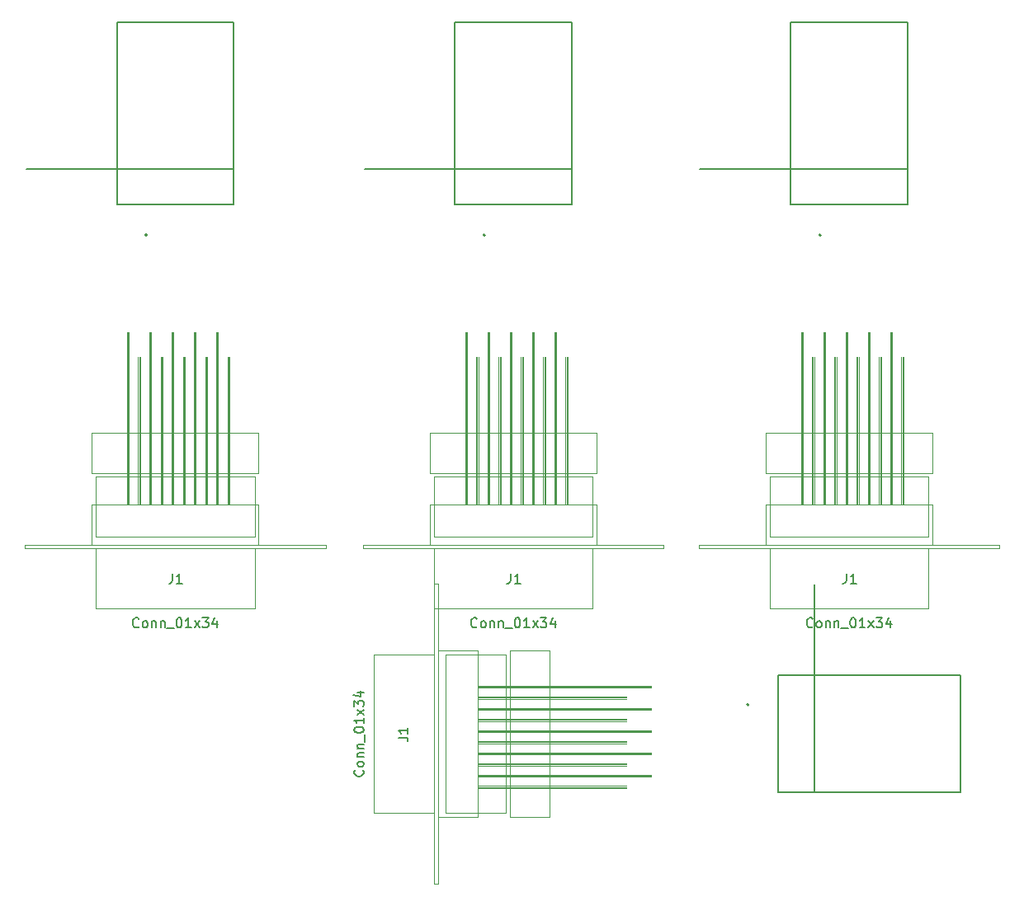
<source format=gbr>
G04 #@! TF.GenerationSoftware,KiCad,Pcbnew,5.1.9-73d0e3b20d~88~ubuntu20.04.1*
G04 #@! TF.CreationDate,2021-06-09T12:04:27-03:00*
G04 #@! TF.ProjectId,adaptador_db15_usb,61646170-7461-4646-9f72-5f646231355f,rev?*
G04 #@! TF.SameCoordinates,Original*
G04 #@! TF.FileFunction,Other,Fab,Top*
%FSLAX46Y46*%
G04 Gerber Fmt 4.6, Leading zero omitted, Abs format (unit mm)*
G04 Created by KiCad (PCBNEW 5.1.9-73d0e3b20d~88~ubuntu20.04.1) date 2021-06-09 12:04:27*
%MOMM*%
%LPD*%
G01*
G04 APERTURE LIST*
%ADD10C,0.127000*%
%ADD11C,0.200000*%
%ADD12C,0.100000*%
%ADD13C,0.150000*%
G04 APERTURE END LIST*
D10*
X166395000Y-63745000D02*
X154395000Y-63745000D01*
X154395000Y-63745000D02*
X154395000Y-60045000D01*
X154395000Y-60045000D02*
X154395000Y-44995000D01*
X154395000Y-44995000D02*
X166395000Y-44995000D01*
X166395000Y-44995000D02*
X166395000Y-60045000D01*
X166395000Y-60045000D02*
X166395000Y-63745000D01*
X154395000Y-60045000D02*
X166395000Y-60045000D01*
X154395000Y-60045000D02*
X145095000Y-60045000D01*
D11*
X157495000Y-66845000D02*
G75*
G03*
X157495000Y-66845000I-100000J0D01*
G01*
D12*
X164600000Y-84160000D02*
X164600000Y-94540000D01*
X164700000Y-84160000D02*
X164700000Y-94540000D01*
X164800000Y-84160000D02*
X164800000Y-94540000D01*
X162310000Y-84160000D02*
X162310000Y-94540000D01*
X162410000Y-84160000D02*
X162410000Y-94540000D01*
X162510000Y-84160000D02*
X162510000Y-94540000D01*
X160020000Y-84160000D02*
X160020000Y-94540000D01*
X160120000Y-84160000D02*
X160120000Y-94540000D01*
X160220000Y-84160000D02*
X160220000Y-94540000D01*
X157730000Y-84160000D02*
X157730000Y-94540000D01*
X157830000Y-84160000D02*
X157830000Y-94540000D01*
X157930000Y-84160000D02*
X157930000Y-94540000D01*
X155440000Y-84160000D02*
X155440000Y-94540000D01*
X155540000Y-84160000D02*
X155540000Y-94540000D01*
X155640000Y-84160000D02*
X155640000Y-94540000D01*
X165745000Y-86700000D02*
X165745000Y-94540000D01*
X165845000Y-86700000D02*
X165845000Y-94540000D01*
X165945000Y-86700000D02*
X165945000Y-94540000D01*
X163455000Y-86700000D02*
X163455000Y-94540000D01*
X163555000Y-86700000D02*
X163555000Y-94540000D01*
X163655000Y-86700000D02*
X163655000Y-94540000D01*
X161165000Y-86700000D02*
X161165000Y-94540000D01*
X161265000Y-86700000D02*
X161265000Y-94540000D01*
X161365000Y-86700000D02*
X161365000Y-94540000D01*
X158875000Y-86700000D02*
X158875000Y-94540000D01*
X158975000Y-86700000D02*
X158975000Y-94540000D01*
X159075000Y-86700000D02*
X159075000Y-94540000D01*
X156585000Y-86700000D02*
X156585000Y-94540000D01*
X156685000Y-86700000D02*
X156685000Y-94540000D01*
X156785000Y-86700000D02*
X156785000Y-94540000D01*
X164600000Y-89240000D02*
X164600000Y-94540000D01*
X164700000Y-89240000D02*
X164700000Y-94540000D01*
X164800000Y-89240000D02*
X164800000Y-94540000D01*
X162310000Y-89240000D02*
X162310000Y-94540000D01*
X162410000Y-89240000D02*
X162410000Y-94540000D01*
X162510000Y-89240000D02*
X162510000Y-94540000D01*
X160020000Y-89240000D02*
X160020000Y-94540000D01*
X160120000Y-89240000D02*
X160120000Y-94540000D01*
X160220000Y-89240000D02*
X160220000Y-94540000D01*
X157730000Y-89240000D02*
X157730000Y-94540000D01*
X157830000Y-89240000D02*
X157830000Y-94540000D01*
X157930000Y-89240000D02*
X157930000Y-94540000D01*
X155440000Y-89240000D02*
X155440000Y-94540000D01*
X155540000Y-89240000D02*
X155540000Y-94540000D01*
X155640000Y-89240000D02*
X155640000Y-94540000D01*
X151835000Y-94540000D02*
X151835000Y-98640000D01*
X151835000Y-98640000D02*
X168935000Y-98640000D01*
X168935000Y-98640000D02*
X168935000Y-94540000D01*
X168935000Y-94540000D02*
X151835000Y-94540000D01*
X144960000Y-98640000D02*
X144960000Y-99040000D01*
X144960000Y-99040000D02*
X175810000Y-99040000D01*
X175810000Y-99040000D02*
X175810000Y-98640000D01*
X175810000Y-98640000D02*
X144960000Y-98640000D01*
X152235000Y-99040000D02*
X152235000Y-105210000D01*
X152235000Y-105210000D02*
X168535000Y-105210000D01*
X168535000Y-105210000D02*
X168535000Y-99040000D01*
X168535000Y-99040000D02*
X152235000Y-99040000D01*
X164800000Y-81880000D02*
X164800000Y-87180000D01*
X163555000Y-79340000D02*
X163555000Y-87180000D01*
X162510000Y-76800000D02*
X162510000Y-87180000D01*
X162310000Y-81880000D02*
X162310000Y-87180000D01*
X160020000Y-76800000D02*
X160020000Y-87180000D01*
X151835000Y-91280000D02*
X168935000Y-91280000D01*
X152235000Y-91680000D02*
X152235000Y-97850000D01*
X161165000Y-79340000D02*
X161165000Y-87180000D01*
X160220000Y-76800000D02*
X160220000Y-87180000D01*
X161365000Y-79340000D02*
X161365000Y-87180000D01*
X157930000Y-81880000D02*
X157930000Y-87180000D01*
X165745000Y-79340000D02*
X165745000Y-87180000D01*
X162410000Y-81880000D02*
X162410000Y-87180000D01*
X155540000Y-81880000D02*
X155540000Y-87180000D01*
X156685000Y-79340000D02*
X156685000Y-87180000D01*
X155440000Y-76800000D02*
X155440000Y-87180000D01*
X164600000Y-76800000D02*
X164600000Y-87180000D01*
X157730000Y-76800000D02*
X157730000Y-87180000D01*
X164600000Y-81880000D02*
X164600000Y-87180000D01*
X168935000Y-87180000D02*
X151835000Y-87180000D01*
X165945000Y-79340000D02*
X165945000Y-87180000D01*
X155640000Y-76800000D02*
X155640000Y-87180000D01*
X155440000Y-81880000D02*
X155440000Y-87180000D01*
X155540000Y-76800000D02*
X155540000Y-87180000D01*
X159075000Y-79340000D02*
X159075000Y-87180000D01*
X163455000Y-79340000D02*
X163455000Y-87180000D01*
X160120000Y-81880000D02*
X160120000Y-87180000D01*
X158875000Y-79340000D02*
X158875000Y-87180000D01*
X168535000Y-97850000D02*
X168535000Y-91680000D01*
X158975000Y-79340000D02*
X158975000Y-87180000D01*
X156585000Y-79340000D02*
X156585000Y-87180000D01*
X164700000Y-81880000D02*
X164700000Y-87180000D01*
X151835000Y-87180000D02*
X151835000Y-91280000D01*
X165845000Y-79340000D02*
X165845000Y-87180000D01*
X162510000Y-81880000D02*
X162510000Y-87180000D01*
X156785000Y-79340000D02*
X156785000Y-87180000D01*
X162310000Y-76800000D02*
X162310000Y-87180000D01*
X160220000Y-81880000D02*
X160220000Y-87180000D01*
X168935000Y-91280000D02*
X168935000Y-87180000D01*
X155640000Y-81880000D02*
X155640000Y-87180000D01*
X160120000Y-76800000D02*
X160120000Y-87180000D01*
X163655000Y-79340000D02*
X163655000Y-87180000D01*
X157830000Y-81880000D02*
X157830000Y-87180000D01*
X164800000Y-76800000D02*
X164800000Y-87180000D01*
X152235000Y-97850000D02*
X168535000Y-97850000D01*
X160020000Y-81880000D02*
X160020000Y-87180000D01*
X164700000Y-76800000D02*
X164700000Y-87180000D01*
X157730000Y-81880000D02*
X157730000Y-87180000D01*
X162410000Y-76800000D02*
X162410000Y-87180000D01*
X157930000Y-76800000D02*
X157930000Y-87180000D01*
X161265000Y-79340000D02*
X161265000Y-87180000D01*
X168535000Y-91680000D02*
X152235000Y-91680000D01*
X157830000Y-76800000D02*
X157830000Y-87180000D01*
D11*
X184545000Y-115075000D02*
G75*
G03*
X184545000Y-115075000I-100000J0D01*
G01*
D10*
X191245000Y-112075000D02*
X191245000Y-102775000D01*
X191245000Y-112075000D02*
X191245000Y-124075000D01*
X191245000Y-124075000D02*
X187545000Y-124075000D01*
X206295000Y-124075000D02*
X191245000Y-124075000D01*
X206295000Y-112075000D02*
X206295000Y-124075000D01*
X191245000Y-112075000D02*
X206295000Y-112075000D01*
X187545000Y-112075000D02*
X191245000Y-112075000D01*
X187545000Y-124075000D02*
X187545000Y-112075000D01*
D12*
X174490000Y-115510000D02*
X164110000Y-115510000D01*
X159610000Y-126215000D02*
X159610000Y-109915000D01*
X171950000Y-118945000D02*
X164110000Y-118945000D01*
X174490000Y-115610000D02*
X164110000Y-115610000D01*
X174490000Y-120090000D02*
X164110000Y-120090000D01*
X169410000Y-115410000D02*
X164110000Y-115410000D01*
X174490000Y-122380000D02*
X164110000Y-122380000D01*
X169410000Y-117700000D02*
X164110000Y-117700000D01*
X153440000Y-109915000D02*
X153440000Y-126215000D01*
X174490000Y-122480000D02*
X164110000Y-122480000D01*
X169410000Y-115510000D02*
X164110000Y-115510000D01*
X171950000Y-121335000D02*
X164110000Y-121335000D01*
X174490000Y-117800000D02*
X164110000Y-117800000D01*
X169410000Y-113320000D02*
X164110000Y-113320000D01*
X160010000Y-126615000D02*
X164110000Y-126615000D01*
X169410000Y-117900000D02*
X164110000Y-117900000D01*
X174490000Y-119990000D02*
X164110000Y-119990000D01*
X171950000Y-114465000D02*
X164110000Y-114465000D01*
X169410000Y-120190000D02*
X164110000Y-120190000D01*
X171950000Y-123525000D02*
X164110000Y-123525000D01*
X164110000Y-109515000D02*
X160010000Y-109515000D01*
X169410000Y-122380000D02*
X164110000Y-122380000D01*
X171950000Y-114265000D02*
X164110000Y-114265000D01*
X171950000Y-116655000D02*
X164110000Y-116655000D01*
X153440000Y-126215000D02*
X159610000Y-126215000D01*
X171950000Y-116555000D02*
X164110000Y-116555000D01*
X169410000Y-117800000D02*
X164110000Y-117800000D01*
X171950000Y-121135000D02*
X164110000Y-121135000D01*
X171950000Y-116755000D02*
X164110000Y-116755000D01*
X174490000Y-113220000D02*
X164110000Y-113220000D01*
X169410000Y-113120000D02*
X164110000Y-113120000D01*
X174490000Y-113320000D02*
X164110000Y-113320000D01*
X171950000Y-123625000D02*
X164110000Y-123625000D01*
X164110000Y-126615000D02*
X164110000Y-109515000D01*
X169410000Y-122280000D02*
X164110000Y-122280000D01*
X174490000Y-115410000D02*
X164110000Y-115410000D01*
X174490000Y-122280000D02*
X164110000Y-122280000D01*
X174490000Y-113120000D02*
X164110000Y-113120000D01*
X171950000Y-114365000D02*
X164110000Y-114365000D01*
X169410000Y-113220000D02*
X164110000Y-113220000D01*
X169410000Y-120090000D02*
X164110000Y-120090000D01*
X171950000Y-123425000D02*
X164110000Y-123425000D01*
X169410000Y-115610000D02*
X164110000Y-115610000D01*
X171950000Y-119045000D02*
X164110000Y-119045000D01*
X174490000Y-117900000D02*
X164110000Y-117900000D01*
X171950000Y-118845000D02*
X164110000Y-118845000D01*
X159610000Y-109915000D02*
X153440000Y-109915000D01*
X160010000Y-109515000D02*
X160010000Y-126615000D01*
X174490000Y-117700000D02*
X164110000Y-117700000D01*
X169410000Y-119990000D02*
X164110000Y-119990000D01*
X174490000Y-120190000D02*
X164110000Y-120190000D01*
X171950000Y-121235000D02*
X164110000Y-121235000D01*
X169410000Y-122480000D02*
X164110000Y-122480000D01*
X152250000Y-126215000D02*
X152250000Y-109915000D01*
X146080000Y-126215000D02*
X152250000Y-126215000D01*
X146080000Y-109915000D02*
X146080000Y-126215000D01*
X152250000Y-109915000D02*
X146080000Y-109915000D01*
X152650000Y-133490000D02*
X152650000Y-102640000D01*
X152250000Y-133490000D02*
X152650000Y-133490000D01*
X152250000Y-102640000D02*
X152250000Y-133490000D01*
X152650000Y-102640000D02*
X152250000Y-102640000D01*
X156750000Y-126615000D02*
X156750000Y-109515000D01*
X152650000Y-126615000D02*
X156750000Y-126615000D01*
X152650000Y-109515000D02*
X152650000Y-126615000D01*
X156750000Y-109515000D02*
X152650000Y-109515000D01*
X162050000Y-113320000D02*
X156750000Y-113320000D01*
X162050000Y-113220000D02*
X156750000Y-113220000D01*
X162050000Y-113120000D02*
X156750000Y-113120000D01*
X162050000Y-115610000D02*
X156750000Y-115610000D01*
X162050000Y-115510000D02*
X156750000Y-115510000D01*
X162050000Y-115410000D02*
X156750000Y-115410000D01*
X162050000Y-117900000D02*
X156750000Y-117900000D01*
X162050000Y-117800000D02*
X156750000Y-117800000D01*
X162050000Y-117700000D02*
X156750000Y-117700000D01*
X162050000Y-120190000D02*
X156750000Y-120190000D01*
X162050000Y-120090000D02*
X156750000Y-120090000D01*
X162050000Y-119990000D02*
X156750000Y-119990000D01*
X162050000Y-122480000D02*
X156750000Y-122480000D01*
X162050000Y-122380000D02*
X156750000Y-122380000D01*
X162050000Y-122280000D02*
X156750000Y-122280000D01*
X164590000Y-114465000D02*
X156750000Y-114465000D01*
X164590000Y-114365000D02*
X156750000Y-114365000D01*
X164590000Y-114265000D02*
X156750000Y-114265000D01*
X164590000Y-116755000D02*
X156750000Y-116755000D01*
X164590000Y-116655000D02*
X156750000Y-116655000D01*
X164590000Y-116555000D02*
X156750000Y-116555000D01*
X164590000Y-119045000D02*
X156750000Y-119045000D01*
X164590000Y-118945000D02*
X156750000Y-118945000D01*
X164590000Y-118845000D02*
X156750000Y-118845000D01*
X164590000Y-121335000D02*
X156750000Y-121335000D01*
X164590000Y-121235000D02*
X156750000Y-121235000D01*
X164590000Y-121135000D02*
X156750000Y-121135000D01*
X164590000Y-123625000D02*
X156750000Y-123625000D01*
X164590000Y-123525000D02*
X156750000Y-123525000D01*
X164590000Y-123425000D02*
X156750000Y-123425000D01*
X167130000Y-113320000D02*
X156750000Y-113320000D01*
X167130000Y-113220000D02*
X156750000Y-113220000D01*
X167130000Y-113120000D02*
X156750000Y-113120000D01*
X167130000Y-115610000D02*
X156750000Y-115610000D01*
X167130000Y-115510000D02*
X156750000Y-115510000D01*
X167130000Y-115410000D02*
X156750000Y-115410000D01*
X167130000Y-117900000D02*
X156750000Y-117900000D01*
X167130000Y-117800000D02*
X156750000Y-117800000D01*
X167130000Y-117700000D02*
X156750000Y-117700000D01*
X167130000Y-120190000D02*
X156750000Y-120190000D01*
X167130000Y-120090000D02*
X156750000Y-120090000D01*
X167130000Y-119990000D02*
X156750000Y-119990000D01*
X167130000Y-122480000D02*
X156750000Y-122480000D01*
X167130000Y-122380000D02*
X156750000Y-122380000D01*
X167130000Y-122280000D02*
X156750000Y-122280000D01*
D10*
X200845000Y-63745000D02*
X188845000Y-63745000D01*
X188845000Y-63745000D02*
X188845000Y-60045000D01*
X188845000Y-60045000D02*
X188845000Y-44995000D01*
X188845000Y-44995000D02*
X200845000Y-44995000D01*
X200845000Y-44995000D02*
X200845000Y-60045000D01*
X200845000Y-60045000D02*
X200845000Y-63745000D01*
X188845000Y-60045000D02*
X200845000Y-60045000D01*
X188845000Y-60045000D02*
X179545000Y-60045000D01*
D11*
X191945000Y-66845000D02*
G75*
G03*
X191945000Y-66845000I-100000J0D01*
G01*
D12*
X199050000Y-84160000D02*
X199050000Y-94540000D01*
X199150000Y-84160000D02*
X199150000Y-94540000D01*
X199250000Y-84160000D02*
X199250000Y-94540000D01*
X196760000Y-84160000D02*
X196760000Y-94540000D01*
X196860000Y-84160000D02*
X196860000Y-94540000D01*
X196960000Y-84160000D02*
X196960000Y-94540000D01*
X194470000Y-84160000D02*
X194470000Y-94540000D01*
X194570000Y-84160000D02*
X194570000Y-94540000D01*
X194670000Y-84160000D02*
X194670000Y-94540000D01*
X192180000Y-84160000D02*
X192180000Y-94540000D01*
X192280000Y-84160000D02*
X192280000Y-94540000D01*
X192380000Y-84160000D02*
X192380000Y-94540000D01*
X189890000Y-84160000D02*
X189890000Y-94540000D01*
X189990000Y-84160000D02*
X189990000Y-94540000D01*
X190090000Y-84160000D02*
X190090000Y-94540000D01*
X200195000Y-86700000D02*
X200195000Y-94540000D01*
X200295000Y-86700000D02*
X200295000Y-94540000D01*
X200395000Y-86700000D02*
X200395000Y-94540000D01*
X197905000Y-86700000D02*
X197905000Y-94540000D01*
X198005000Y-86700000D02*
X198005000Y-94540000D01*
X198105000Y-86700000D02*
X198105000Y-94540000D01*
X195615000Y-86700000D02*
X195615000Y-94540000D01*
X195715000Y-86700000D02*
X195715000Y-94540000D01*
X195815000Y-86700000D02*
X195815000Y-94540000D01*
X193325000Y-86700000D02*
X193325000Y-94540000D01*
X193425000Y-86700000D02*
X193425000Y-94540000D01*
X193525000Y-86700000D02*
X193525000Y-94540000D01*
X191035000Y-86700000D02*
X191035000Y-94540000D01*
X191135000Y-86700000D02*
X191135000Y-94540000D01*
X191235000Y-86700000D02*
X191235000Y-94540000D01*
X199050000Y-89240000D02*
X199050000Y-94540000D01*
X199150000Y-89240000D02*
X199150000Y-94540000D01*
X199250000Y-89240000D02*
X199250000Y-94540000D01*
X196760000Y-89240000D02*
X196760000Y-94540000D01*
X196860000Y-89240000D02*
X196860000Y-94540000D01*
X196960000Y-89240000D02*
X196960000Y-94540000D01*
X194470000Y-89240000D02*
X194470000Y-94540000D01*
X194570000Y-89240000D02*
X194570000Y-94540000D01*
X194670000Y-89240000D02*
X194670000Y-94540000D01*
X192180000Y-89240000D02*
X192180000Y-94540000D01*
X192280000Y-89240000D02*
X192280000Y-94540000D01*
X192380000Y-89240000D02*
X192380000Y-94540000D01*
X189890000Y-89240000D02*
X189890000Y-94540000D01*
X189990000Y-89240000D02*
X189990000Y-94540000D01*
X190090000Y-89240000D02*
X190090000Y-94540000D01*
X186285000Y-94540000D02*
X186285000Y-98640000D01*
X186285000Y-98640000D02*
X203385000Y-98640000D01*
X203385000Y-98640000D02*
X203385000Y-94540000D01*
X203385000Y-94540000D02*
X186285000Y-94540000D01*
X179410000Y-98640000D02*
X179410000Y-99040000D01*
X179410000Y-99040000D02*
X210260000Y-99040000D01*
X210260000Y-99040000D02*
X210260000Y-98640000D01*
X210260000Y-98640000D02*
X179410000Y-98640000D01*
X186685000Y-99040000D02*
X186685000Y-105210000D01*
X186685000Y-105210000D02*
X202985000Y-105210000D01*
X202985000Y-105210000D02*
X202985000Y-99040000D01*
X202985000Y-99040000D02*
X186685000Y-99040000D01*
X199250000Y-81880000D02*
X199250000Y-87180000D01*
X198005000Y-79340000D02*
X198005000Y-87180000D01*
X196960000Y-76800000D02*
X196960000Y-87180000D01*
X196760000Y-81880000D02*
X196760000Y-87180000D01*
X194470000Y-76800000D02*
X194470000Y-87180000D01*
X186285000Y-91280000D02*
X203385000Y-91280000D01*
X186685000Y-91680000D02*
X186685000Y-97850000D01*
X195615000Y-79340000D02*
X195615000Y-87180000D01*
X194670000Y-76800000D02*
X194670000Y-87180000D01*
X195815000Y-79340000D02*
X195815000Y-87180000D01*
X192380000Y-81880000D02*
X192380000Y-87180000D01*
X200195000Y-79340000D02*
X200195000Y-87180000D01*
X196860000Y-81880000D02*
X196860000Y-87180000D01*
X189990000Y-81880000D02*
X189990000Y-87180000D01*
X191135000Y-79340000D02*
X191135000Y-87180000D01*
X189890000Y-76800000D02*
X189890000Y-87180000D01*
X199050000Y-76800000D02*
X199050000Y-87180000D01*
X192180000Y-76800000D02*
X192180000Y-87180000D01*
X199050000Y-81880000D02*
X199050000Y-87180000D01*
X203385000Y-87180000D02*
X186285000Y-87180000D01*
X200395000Y-79340000D02*
X200395000Y-87180000D01*
X190090000Y-76800000D02*
X190090000Y-87180000D01*
X189890000Y-81880000D02*
X189890000Y-87180000D01*
X189990000Y-76800000D02*
X189990000Y-87180000D01*
X193525000Y-79340000D02*
X193525000Y-87180000D01*
X197905000Y-79340000D02*
X197905000Y-87180000D01*
X194570000Y-81880000D02*
X194570000Y-87180000D01*
X193325000Y-79340000D02*
X193325000Y-87180000D01*
X202985000Y-97850000D02*
X202985000Y-91680000D01*
X193425000Y-79340000D02*
X193425000Y-87180000D01*
X191035000Y-79340000D02*
X191035000Y-87180000D01*
X199150000Y-81880000D02*
X199150000Y-87180000D01*
X186285000Y-87180000D02*
X186285000Y-91280000D01*
X200295000Y-79340000D02*
X200295000Y-87180000D01*
X196960000Y-81880000D02*
X196960000Y-87180000D01*
X191235000Y-79340000D02*
X191235000Y-87180000D01*
X196760000Y-76800000D02*
X196760000Y-87180000D01*
X194670000Y-81880000D02*
X194670000Y-87180000D01*
X203385000Y-91280000D02*
X203385000Y-87180000D01*
X190090000Y-81880000D02*
X190090000Y-87180000D01*
X194570000Y-76800000D02*
X194570000Y-87180000D01*
X198105000Y-79340000D02*
X198105000Y-87180000D01*
X192280000Y-81880000D02*
X192280000Y-87180000D01*
X199250000Y-76800000D02*
X199250000Y-87180000D01*
X186685000Y-97850000D02*
X202985000Y-97850000D01*
X194470000Y-81880000D02*
X194470000Y-87180000D01*
X199150000Y-76800000D02*
X199150000Y-87180000D01*
X192180000Y-81880000D02*
X192180000Y-87180000D01*
X196860000Y-76800000D02*
X196860000Y-87180000D01*
X192380000Y-76800000D02*
X192380000Y-87180000D01*
X195715000Y-79340000D02*
X195715000Y-87180000D01*
X202985000Y-91680000D02*
X186685000Y-91680000D01*
X192280000Y-76800000D02*
X192280000Y-87180000D01*
D11*
X122795000Y-66845000D02*
G75*
G03*
X122795000Y-66845000I-100000J0D01*
G01*
D10*
X119695000Y-60045000D02*
X110395000Y-60045000D01*
X119695000Y-60045000D02*
X131695000Y-60045000D01*
X131695000Y-60045000D02*
X131695000Y-63745000D01*
X131695000Y-44995000D02*
X131695000Y-60045000D01*
X119695000Y-44995000D02*
X131695000Y-44995000D01*
X119695000Y-60045000D02*
X119695000Y-44995000D01*
X119695000Y-63745000D02*
X119695000Y-60045000D01*
X131695000Y-63745000D02*
X119695000Y-63745000D01*
D12*
X123130000Y-76800000D02*
X123130000Y-87180000D01*
X133835000Y-91680000D02*
X117535000Y-91680000D01*
X126565000Y-79340000D02*
X126565000Y-87180000D01*
X123230000Y-76800000D02*
X123230000Y-87180000D01*
X127710000Y-76800000D02*
X127710000Y-87180000D01*
X123030000Y-81880000D02*
X123030000Y-87180000D01*
X130000000Y-76800000D02*
X130000000Y-87180000D01*
X125320000Y-81880000D02*
X125320000Y-87180000D01*
X117535000Y-97850000D02*
X133835000Y-97850000D01*
X130100000Y-76800000D02*
X130100000Y-87180000D01*
X123130000Y-81880000D02*
X123130000Y-87180000D01*
X128955000Y-79340000D02*
X128955000Y-87180000D01*
X125420000Y-76800000D02*
X125420000Y-87180000D01*
X120940000Y-81880000D02*
X120940000Y-87180000D01*
X134235000Y-91280000D02*
X134235000Y-87180000D01*
X125520000Y-81880000D02*
X125520000Y-87180000D01*
X127610000Y-76800000D02*
X127610000Y-87180000D01*
X122085000Y-79340000D02*
X122085000Y-87180000D01*
X127810000Y-81880000D02*
X127810000Y-87180000D01*
X131145000Y-79340000D02*
X131145000Y-87180000D01*
X117135000Y-87180000D02*
X117135000Y-91280000D01*
X130000000Y-81880000D02*
X130000000Y-87180000D01*
X121885000Y-79340000D02*
X121885000Y-87180000D01*
X124275000Y-79340000D02*
X124275000Y-87180000D01*
X133835000Y-97850000D02*
X133835000Y-91680000D01*
X124175000Y-79340000D02*
X124175000Y-87180000D01*
X125420000Y-81880000D02*
X125420000Y-87180000D01*
X128755000Y-79340000D02*
X128755000Y-87180000D01*
X124375000Y-79340000D02*
X124375000Y-87180000D01*
X120840000Y-76800000D02*
X120840000Y-87180000D01*
X120740000Y-81880000D02*
X120740000Y-87180000D01*
X120940000Y-76800000D02*
X120940000Y-87180000D01*
X131245000Y-79340000D02*
X131245000Y-87180000D01*
X134235000Y-87180000D02*
X117135000Y-87180000D01*
X129900000Y-81880000D02*
X129900000Y-87180000D01*
X123030000Y-76800000D02*
X123030000Y-87180000D01*
X129900000Y-76800000D02*
X129900000Y-87180000D01*
X120740000Y-76800000D02*
X120740000Y-87180000D01*
X121985000Y-79340000D02*
X121985000Y-87180000D01*
X120840000Y-81880000D02*
X120840000Y-87180000D01*
X127710000Y-81880000D02*
X127710000Y-87180000D01*
X131045000Y-79340000D02*
X131045000Y-87180000D01*
X123230000Y-81880000D02*
X123230000Y-87180000D01*
X126665000Y-79340000D02*
X126665000Y-87180000D01*
X125520000Y-76800000D02*
X125520000Y-87180000D01*
X126465000Y-79340000D02*
X126465000Y-87180000D01*
X117535000Y-91680000D02*
X117535000Y-97850000D01*
X117135000Y-91280000D02*
X134235000Y-91280000D01*
X125320000Y-76800000D02*
X125320000Y-87180000D01*
X127610000Y-81880000D02*
X127610000Y-87180000D01*
X127810000Y-76800000D02*
X127810000Y-87180000D01*
X128855000Y-79340000D02*
X128855000Y-87180000D01*
X130100000Y-81880000D02*
X130100000Y-87180000D01*
X133835000Y-99040000D02*
X117535000Y-99040000D01*
X133835000Y-105210000D02*
X133835000Y-99040000D01*
X117535000Y-105210000D02*
X133835000Y-105210000D01*
X117535000Y-99040000D02*
X117535000Y-105210000D01*
X141110000Y-98640000D02*
X110260000Y-98640000D01*
X141110000Y-99040000D02*
X141110000Y-98640000D01*
X110260000Y-99040000D02*
X141110000Y-99040000D01*
X110260000Y-98640000D02*
X110260000Y-99040000D01*
X134235000Y-94540000D02*
X117135000Y-94540000D01*
X134235000Y-98640000D02*
X134235000Y-94540000D01*
X117135000Y-98640000D02*
X134235000Y-98640000D01*
X117135000Y-94540000D02*
X117135000Y-98640000D01*
X120940000Y-89240000D02*
X120940000Y-94540000D01*
X120840000Y-89240000D02*
X120840000Y-94540000D01*
X120740000Y-89240000D02*
X120740000Y-94540000D01*
X123230000Y-89240000D02*
X123230000Y-94540000D01*
X123130000Y-89240000D02*
X123130000Y-94540000D01*
X123030000Y-89240000D02*
X123030000Y-94540000D01*
X125520000Y-89240000D02*
X125520000Y-94540000D01*
X125420000Y-89240000D02*
X125420000Y-94540000D01*
X125320000Y-89240000D02*
X125320000Y-94540000D01*
X127810000Y-89240000D02*
X127810000Y-94540000D01*
X127710000Y-89240000D02*
X127710000Y-94540000D01*
X127610000Y-89240000D02*
X127610000Y-94540000D01*
X130100000Y-89240000D02*
X130100000Y-94540000D01*
X130000000Y-89240000D02*
X130000000Y-94540000D01*
X129900000Y-89240000D02*
X129900000Y-94540000D01*
X122085000Y-86700000D02*
X122085000Y-94540000D01*
X121985000Y-86700000D02*
X121985000Y-94540000D01*
X121885000Y-86700000D02*
X121885000Y-94540000D01*
X124375000Y-86700000D02*
X124375000Y-94540000D01*
X124275000Y-86700000D02*
X124275000Y-94540000D01*
X124175000Y-86700000D02*
X124175000Y-94540000D01*
X126665000Y-86700000D02*
X126665000Y-94540000D01*
X126565000Y-86700000D02*
X126565000Y-94540000D01*
X126465000Y-86700000D02*
X126465000Y-94540000D01*
X128955000Y-86700000D02*
X128955000Y-94540000D01*
X128855000Y-86700000D02*
X128855000Y-94540000D01*
X128755000Y-86700000D02*
X128755000Y-94540000D01*
X131245000Y-86700000D02*
X131245000Y-94540000D01*
X131145000Y-86700000D02*
X131145000Y-94540000D01*
X131045000Y-86700000D02*
X131045000Y-94540000D01*
X120940000Y-84160000D02*
X120940000Y-94540000D01*
X120840000Y-84160000D02*
X120840000Y-94540000D01*
X120740000Y-84160000D02*
X120740000Y-94540000D01*
X123230000Y-84160000D02*
X123230000Y-94540000D01*
X123130000Y-84160000D02*
X123130000Y-94540000D01*
X123030000Y-84160000D02*
X123030000Y-94540000D01*
X125520000Y-84160000D02*
X125520000Y-94540000D01*
X125420000Y-84160000D02*
X125420000Y-94540000D01*
X125320000Y-84160000D02*
X125320000Y-94540000D01*
X127810000Y-84160000D02*
X127810000Y-94540000D01*
X127710000Y-84160000D02*
X127710000Y-94540000D01*
X127610000Y-84160000D02*
X127610000Y-94540000D01*
X130100000Y-84160000D02*
X130100000Y-94540000D01*
X130000000Y-84160000D02*
X130000000Y-94540000D01*
X129900000Y-84160000D02*
X129900000Y-94540000D01*
D13*
X156646904Y-107067142D02*
X156599285Y-107114761D01*
X156456428Y-107162380D01*
X156361190Y-107162380D01*
X156218333Y-107114761D01*
X156123095Y-107019523D01*
X156075476Y-106924285D01*
X156027857Y-106733809D01*
X156027857Y-106590952D01*
X156075476Y-106400476D01*
X156123095Y-106305238D01*
X156218333Y-106210000D01*
X156361190Y-106162380D01*
X156456428Y-106162380D01*
X156599285Y-106210000D01*
X156646904Y-106257619D01*
X157218333Y-107162380D02*
X157123095Y-107114761D01*
X157075476Y-107067142D01*
X157027857Y-106971904D01*
X157027857Y-106686190D01*
X157075476Y-106590952D01*
X157123095Y-106543333D01*
X157218333Y-106495714D01*
X157361190Y-106495714D01*
X157456428Y-106543333D01*
X157504047Y-106590952D01*
X157551666Y-106686190D01*
X157551666Y-106971904D01*
X157504047Y-107067142D01*
X157456428Y-107114761D01*
X157361190Y-107162380D01*
X157218333Y-107162380D01*
X157980238Y-106495714D02*
X157980238Y-107162380D01*
X157980238Y-106590952D02*
X158027857Y-106543333D01*
X158123095Y-106495714D01*
X158265952Y-106495714D01*
X158361190Y-106543333D01*
X158408809Y-106638571D01*
X158408809Y-107162380D01*
X158885000Y-106495714D02*
X158885000Y-107162380D01*
X158885000Y-106590952D02*
X158932619Y-106543333D01*
X159027857Y-106495714D01*
X159170714Y-106495714D01*
X159265952Y-106543333D01*
X159313571Y-106638571D01*
X159313571Y-107162380D01*
X159551666Y-107257619D02*
X160313571Y-107257619D01*
X160742142Y-106162380D02*
X160837380Y-106162380D01*
X160932619Y-106210000D01*
X160980238Y-106257619D01*
X161027857Y-106352857D01*
X161075476Y-106543333D01*
X161075476Y-106781428D01*
X161027857Y-106971904D01*
X160980238Y-107067142D01*
X160932619Y-107114761D01*
X160837380Y-107162380D01*
X160742142Y-107162380D01*
X160646904Y-107114761D01*
X160599285Y-107067142D01*
X160551666Y-106971904D01*
X160504047Y-106781428D01*
X160504047Y-106543333D01*
X160551666Y-106352857D01*
X160599285Y-106257619D01*
X160646904Y-106210000D01*
X160742142Y-106162380D01*
X162027857Y-107162380D02*
X161456428Y-107162380D01*
X161742142Y-107162380D02*
X161742142Y-106162380D01*
X161646904Y-106305238D01*
X161551666Y-106400476D01*
X161456428Y-106448095D01*
X162361190Y-107162380D02*
X162885000Y-106495714D01*
X162361190Y-106495714D02*
X162885000Y-107162380D01*
X163170714Y-106162380D02*
X163789761Y-106162380D01*
X163456428Y-106543333D01*
X163599285Y-106543333D01*
X163694523Y-106590952D01*
X163742142Y-106638571D01*
X163789761Y-106733809D01*
X163789761Y-106971904D01*
X163742142Y-107067142D01*
X163694523Y-107114761D01*
X163599285Y-107162380D01*
X163313571Y-107162380D01*
X163218333Y-107114761D01*
X163170714Y-107067142D01*
X164646904Y-106495714D02*
X164646904Y-107162380D01*
X164408809Y-106114761D02*
X164170714Y-106829047D01*
X164789761Y-106829047D01*
X160106666Y-101622380D02*
X160106666Y-102336666D01*
X160059047Y-102479523D01*
X159963809Y-102574761D01*
X159820952Y-102622380D01*
X159725714Y-102622380D01*
X161106666Y-102622380D02*
X160535238Y-102622380D01*
X160820952Y-102622380D02*
X160820952Y-101622380D01*
X160725714Y-101765238D01*
X160630476Y-101860476D01*
X160535238Y-101908095D01*
X144937142Y-121803095D02*
X144984761Y-121850714D01*
X145032380Y-121993571D01*
X145032380Y-122088809D01*
X144984761Y-122231666D01*
X144889523Y-122326904D01*
X144794285Y-122374523D01*
X144603809Y-122422142D01*
X144460952Y-122422142D01*
X144270476Y-122374523D01*
X144175238Y-122326904D01*
X144080000Y-122231666D01*
X144032380Y-122088809D01*
X144032380Y-121993571D01*
X144080000Y-121850714D01*
X144127619Y-121803095D01*
X145032380Y-121231666D02*
X144984761Y-121326904D01*
X144937142Y-121374523D01*
X144841904Y-121422142D01*
X144556190Y-121422142D01*
X144460952Y-121374523D01*
X144413333Y-121326904D01*
X144365714Y-121231666D01*
X144365714Y-121088809D01*
X144413333Y-120993571D01*
X144460952Y-120945952D01*
X144556190Y-120898333D01*
X144841904Y-120898333D01*
X144937142Y-120945952D01*
X144984761Y-120993571D01*
X145032380Y-121088809D01*
X145032380Y-121231666D01*
X144365714Y-120469761D02*
X145032380Y-120469761D01*
X144460952Y-120469761D02*
X144413333Y-120422142D01*
X144365714Y-120326904D01*
X144365714Y-120184047D01*
X144413333Y-120088809D01*
X144508571Y-120041190D01*
X145032380Y-120041190D01*
X144365714Y-119565000D02*
X145032380Y-119565000D01*
X144460952Y-119565000D02*
X144413333Y-119517380D01*
X144365714Y-119422142D01*
X144365714Y-119279285D01*
X144413333Y-119184047D01*
X144508571Y-119136428D01*
X145032380Y-119136428D01*
X145127619Y-118898333D02*
X145127619Y-118136428D01*
X144032380Y-117707857D02*
X144032380Y-117612619D01*
X144080000Y-117517380D01*
X144127619Y-117469761D01*
X144222857Y-117422142D01*
X144413333Y-117374523D01*
X144651428Y-117374523D01*
X144841904Y-117422142D01*
X144937142Y-117469761D01*
X144984761Y-117517380D01*
X145032380Y-117612619D01*
X145032380Y-117707857D01*
X144984761Y-117803095D01*
X144937142Y-117850714D01*
X144841904Y-117898333D01*
X144651428Y-117945952D01*
X144413333Y-117945952D01*
X144222857Y-117898333D01*
X144127619Y-117850714D01*
X144080000Y-117803095D01*
X144032380Y-117707857D01*
X145032380Y-116422142D02*
X145032380Y-116993571D01*
X145032380Y-116707857D02*
X144032380Y-116707857D01*
X144175238Y-116803095D01*
X144270476Y-116898333D01*
X144318095Y-116993571D01*
X145032380Y-116088809D02*
X144365714Y-115565000D01*
X144365714Y-116088809D02*
X145032380Y-115565000D01*
X144032380Y-115279285D02*
X144032380Y-114660238D01*
X144413333Y-114993571D01*
X144413333Y-114850714D01*
X144460952Y-114755476D01*
X144508571Y-114707857D01*
X144603809Y-114660238D01*
X144841904Y-114660238D01*
X144937142Y-114707857D01*
X144984761Y-114755476D01*
X145032380Y-114850714D01*
X145032380Y-115136428D01*
X144984761Y-115231666D01*
X144937142Y-115279285D01*
X144365714Y-113803095D02*
X145032380Y-113803095D01*
X143984761Y-114041190D02*
X144699047Y-114279285D01*
X144699047Y-113660238D01*
X148572380Y-118453333D02*
X149286666Y-118453333D01*
X149429523Y-118500952D01*
X149524761Y-118596190D01*
X149572380Y-118739047D01*
X149572380Y-118834285D01*
X149572380Y-117453333D02*
X149572380Y-118024761D01*
X149572380Y-117739047D02*
X148572380Y-117739047D01*
X148715238Y-117834285D01*
X148810476Y-117929523D01*
X148858095Y-118024761D01*
X191096904Y-107067142D02*
X191049285Y-107114761D01*
X190906428Y-107162380D01*
X190811190Y-107162380D01*
X190668333Y-107114761D01*
X190573095Y-107019523D01*
X190525476Y-106924285D01*
X190477857Y-106733809D01*
X190477857Y-106590952D01*
X190525476Y-106400476D01*
X190573095Y-106305238D01*
X190668333Y-106210000D01*
X190811190Y-106162380D01*
X190906428Y-106162380D01*
X191049285Y-106210000D01*
X191096904Y-106257619D01*
X191668333Y-107162380D02*
X191573095Y-107114761D01*
X191525476Y-107067142D01*
X191477857Y-106971904D01*
X191477857Y-106686190D01*
X191525476Y-106590952D01*
X191573095Y-106543333D01*
X191668333Y-106495714D01*
X191811190Y-106495714D01*
X191906428Y-106543333D01*
X191954047Y-106590952D01*
X192001666Y-106686190D01*
X192001666Y-106971904D01*
X191954047Y-107067142D01*
X191906428Y-107114761D01*
X191811190Y-107162380D01*
X191668333Y-107162380D01*
X192430238Y-106495714D02*
X192430238Y-107162380D01*
X192430238Y-106590952D02*
X192477857Y-106543333D01*
X192573095Y-106495714D01*
X192715952Y-106495714D01*
X192811190Y-106543333D01*
X192858809Y-106638571D01*
X192858809Y-107162380D01*
X193335000Y-106495714D02*
X193335000Y-107162380D01*
X193335000Y-106590952D02*
X193382619Y-106543333D01*
X193477857Y-106495714D01*
X193620714Y-106495714D01*
X193715952Y-106543333D01*
X193763571Y-106638571D01*
X193763571Y-107162380D01*
X194001666Y-107257619D02*
X194763571Y-107257619D01*
X195192142Y-106162380D02*
X195287380Y-106162380D01*
X195382619Y-106210000D01*
X195430238Y-106257619D01*
X195477857Y-106352857D01*
X195525476Y-106543333D01*
X195525476Y-106781428D01*
X195477857Y-106971904D01*
X195430238Y-107067142D01*
X195382619Y-107114761D01*
X195287380Y-107162380D01*
X195192142Y-107162380D01*
X195096904Y-107114761D01*
X195049285Y-107067142D01*
X195001666Y-106971904D01*
X194954047Y-106781428D01*
X194954047Y-106543333D01*
X195001666Y-106352857D01*
X195049285Y-106257619D01*
X195096904Y-106210000D01*
X195192142Y-106162380D01*
X196477857Y-107162380D02*
X195906428Y-107162380D01*
X196192142Y-107162380D02*
X196192142Y-106162380D01*
X196096904Y-106305238D01*
X196001666Y-106400476D01*
X195906428Y-106448095D01*
X196811190Y-107162380D02*
X197335000Y-106495714D01*
X196811190Y-106495714D02*
X197335000Y-107162380D01*
X197620714Y-106162380D02*
X198239761Y-106162380D01*
X197906428Y-106543333D01*
X198049285Y-106543333D01*
X198144523Y-106590952D01*
X198192142Y-106638571D01*
X198239761Y-106733809D01*
X198239761Y-106971904D01*
X198192142Y-107067142D01*
X198144523Y-107114761D01*
X198049285Y-107162380D01*
X197763571Y-107162380D01*
X197668333Y-107114761D01*
X197620714Y-107067142D01*
X199096904Y-106495714D02*
X199096904Y-107162380D01*
X198858809Y-106114761D02*
X198620714Y-106829047D01*
X199239761Y-106829047D01*
X194556666Y-101622380D02*
X194556666Y-102336666D01*
X194509047Y-102479523D01*
X194413809Y-102574761D01*
X194270952Y-102622380D01*
X194175714Y-102622380D01*
X195556666Y-102622380D02*
X194985238Y-102622380D01*
X195270952Y-102622380D02*
X195270952Y-101622380D01*
X195175714Y-101765238D01*
X195080476Y-101860476D01*
X194985238Y-101908095D01*
X121946904Y-107067142D02*
X121899285Y-107114761D01*
X121756428Y-107162380D01*
X121661190Y-107162380D01*
X121518333Y-107114761D01*
X121423095Y-107019523D01*
X121375476Y-106924285D01*
X121327857Y-106733809D01*
X121327857Y-106590952D01*
X121375476Y-106400476D01*
X121423095Y-106305238D01*
X121518333Y-106210000D01*
X121661190Y-106162380D01*
X121756428Y-106162380D01*
X121899285Y-106210000D01*
X121946904Y-106257619D01*
X122518333Y-107162380D02*
X122423095Y-107114761D01*
X122375476Y-107067142D01*
X122327857Y-106971904D01*
X122327857Y-106686190D01*
X122375476Y-106590952D01*
X122423095Y-106543333D01*
X122518333Y-106495714D01*
X122661190Y-106495714D01*
X122756428Y-106543333D01*
X122804047Y-106590952D01*
X122851666Y-106686190D01*
X122851666Y-106971904D01*
X122804047Y-107067142D01*
X122756428Y-107114761D01*
X122661190Y-107162380D01*
X122518333Y-107162380D01*
X123280238Y-106495714D02*
X123280238Y-107162380D01*
X123280238Y-106590952D02*
X123327857Y-106543333D01*
X123423095Y-106495714D01*
X123565952Y-106495714D01*
X123661190Y-106543333D01*
X123708809Y-106638571D01*
X123708809Y-107162380D01*
X124185000Y-106495714D02*
X124185000Y-107162380D01*
X124185000Y-106590952D02*
X124232619Y-106543333D01*
X124327857Y-106495714D01*
X124470714Y-106495714D01*
X124565952Y-106543333D01*
X124613571Y-106638571D01*
X124613571Y-107162380D01*
X124851666Y-107257619D02*
X125613571Y-107257619D01*
X126042142Y-106162380D02*
X126137380Y-106162380D01*
X126232619Y-106210000D01*
X126280238Y-106257619D01*
X126327857Y-106352857D01*
X126375476Y-106543333D01*
X126375476Y-106781428D01*
X126327857Y-106971904D01*
X126280238Y-107067142D01*
X126232619Y-107114761D01*
X126137380Y-107162380D01*
X126042142Y-107162380D01*
X125946904Y-107114761D01*
X125899285Y-107067142D01*
X125851666Y-106971904D01*
X125804047Y-106781428D01*
X125804047Y-106543333D01*
X125851666Y-106352857D01*
X125899285Y-106257619D01*
X125946904Y-106210000D01*
X126042142Y-106162380D01*
X127327857Y-107162380D02*
X126756428Y-107162380D01*
X127042142Y-107162380D02*
X127042142Y-106162380D01*
X126946904Y-106305238D01*
X126851666Y-106400476D01*
X126756428Y-106448095D01*
X127661190Y-107162380D02*
X128185000Y-106495714D01*
X127661190Y-106495714D02*
X128185000Y-107162380D01*
X128470714Y-106162380D02*
X129089761Y-106162380D01*
X128756428Y-106543333D01*
X128899285Y-106543333D01*
X128994523Y-106590952D01*
X129042142Y-106638571D01*
X129089761Y-106733809D01*
X129089761Y-106971904D01*
X129042142Y-107067142D01*
X128994523Y-107114761D01*
X128899285Y-107162380D01*
X128613571Y-107162380D01*
X128518333Y-107114761D01*
X128470714Y-107067142D01*
X129946904Y-106495714D02*
X129946904Y-107162380D01*
X129708809Y-106114761D02*
X129470714Y-106829047D01*
X130089761Y-106829047D01*
X125406666Y-101622380D02*
X125406666Y-102336666D01*
X125359047Y-102479523D01*
X125263809Y-102574761D01*
X125120952Y-102622380D01*
X125025714Y-102622380D01*
X126406666Y-102622380D02*
X125835238Y-102622380D01*
X126120952Y-102622380D02*
X126120952Y-101622380D01*
X126025714Y-101765238D01*
X125930476Y-101860476D01*
X125835238Y-101908095D01*
M02*

</source>
